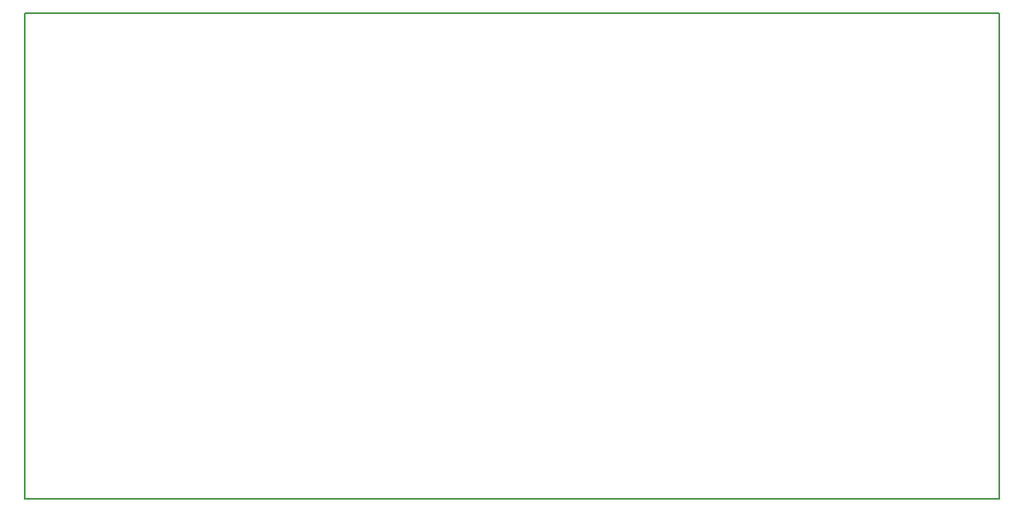
<source format=gm1>
G04 #@! TF.FileFunction,Profile,NP*
%FSLAX46Y46*%
G04 Gerber Fmt 4.6, Leading zero omitted, Abs format (unit mm)*
G04 Created by KiCad (PCBNEW 4.0.1-3.201512221402+6198~38~ubuntu14.04.1-stable) date Wed 24 Feb 2016 01:49:48 AM EST*
%MOMM*%
G01*
G04 APERTURE LIST*
%ADD10C,0.100000*%
%ADD11C,0.150000*%
G04 APERTURE END LIST*
D10*
D11*
X70000000Y-110000000D02*
X70000000Y-60000000D01*
X170000000Y-110000000D02*
X70000000Y-110000000D01*
X170000000Y-60000000D02*
X170000000Y-110000000D01*
X70000000Y-60000000D02*
X170000000Y-60000000D01*
M02*

</source>
